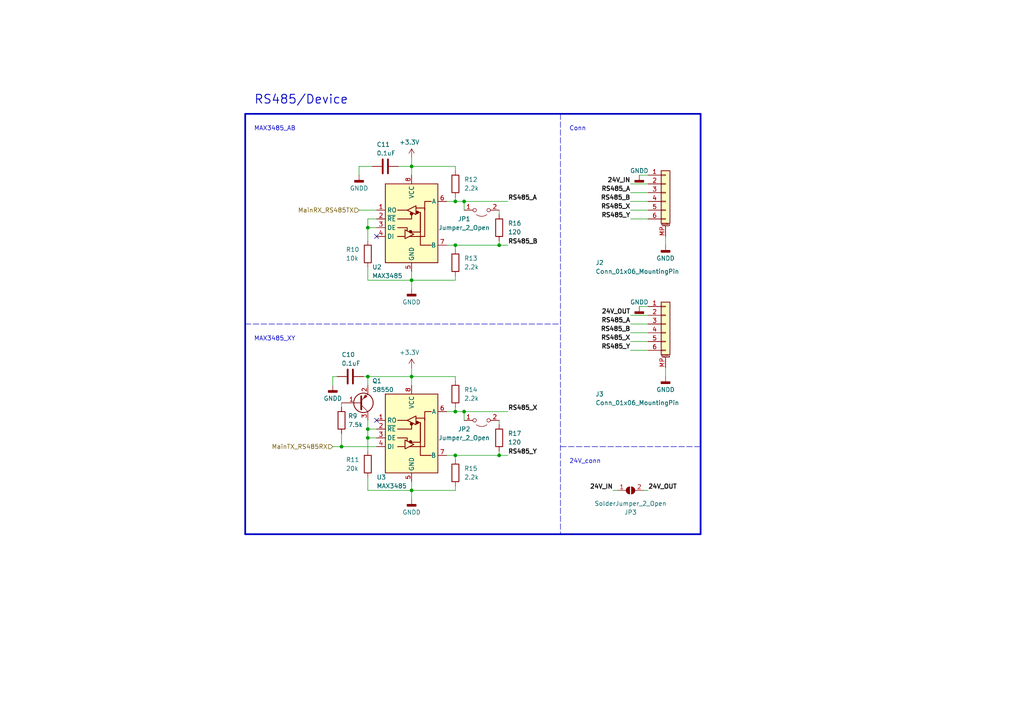
<source format=kicad_sch>
(kicad_sch (version 20230121) (generator eeschema)
  (paper "A4")
  (lib_symbols
    (symbol "Connector_Generic_MountingPin:Conn_01x06_MountingPin" (pin_names (offset 1.016) hide)
      (property "Reference" "J" (at 0 7.62 0))
      (property "Value" "Conn_01x06_MountingPin" (at 1.27 -10.16 0))
      (symbol "Conn_01x06_MountingPin_1_1"
        (rectangle (start -1.27 -7.493) (end 0 -7.747) (stroke (width 0.1524)))
        (rectangle (start -1.27 -4.953) (end 0 -5.207) (stroke (width 0.1524)))
        (rectangle (start -1.27 -2.413) (end 0 -2.667) (stroke (width 0.1524)))
        (rectangle (start -1.27 0.127) (end 0 -0.127) (stroke (width 0.1524)))
        (rectangle (start -1.27 2.667) (end 0 2.413) (stroke (width 0.1524)))
        (rectangle (start -1.27 5.207) (end 0 4.953) (stroke (width 0.1524)))
        (rectangle (start -1.27 6.35) (end 1.27 -8.89) (stroke (width 0.254)) (fill (type background)))
        (polyline (pts (xy -1.016 -9.652) (xy 1.016 -9.652)) (stroke (width 0.1524)))
        (text "Mounting" (at 0 -9.271 0) (effects (font (size 0.381 0.381))))
        (pin passive line (at -5.08 5.08 0) (length 3.81) (name "Pin_1") (number "1"))
        (pin passive line (at -5.08 2.54 0) (length 3.81) (name "Pin_2") (number "2"))
        (pin passive line (at -5.08 0 0) (length 3.81) (name "Pin_3") (number "3"))
        (pin passive line (at -5.08 -2.54 0) (length 3.81) (name "Pin_4") (number "4"))
        (pin passive line (at -5.08 -5.08 0) (length 3.81) (name "Pin_5") (number "5"))
        (pin passive line (at -5.08 -7.62 0) (length 3.81) (name "Pin_6") (number "6"))
        (pin passive line (at 0 -12.7 90) (length 3.048) (name "MountPin") (number "MP"))
      )
    )
    (symbol "Device:C" (pin_numbers hide) (pin_names (offset 0.254))
      (property "Reference" "C" (at 0.635 2.54 0))
      (property "Value" "C" (at 0.635 -2.54 0))
      (symbol "C_0_1"
        (polyline (pts (xy -2.032 -0.762) (xy 2.032 -0.762)) (stroke (width 0.508)))
        (polyline (pts (xy -2.032 0.762) (xy 2.032 0.762)) (stroke (width 0.508)))
      )
      (symbol "C_1_1"
        (pin passive line (at 0 3.81 270) (length 2.794) (name "~") (number "1"))
        (pin passive line (at 0 -3.81 90) (length 2.794) (name "~") (number "2"))
      )
    )
    (symbol "Device:Q_PNP_BEC" (pin_names (offset 0) hide)
      (property "Reference" "Q" (at 5.08 1.27 0))
      (property "Value" "Q_PNP_BEC" (at 5.08 -1.27 0))
      (symbol "Q_PNP_BEC_0_1"
        (polyline (pts (xy 0.635 0.635) (xy 2.54 2.54)))
        (polyline (pts (xy 0.635 -0.635) (xy 2.54 -2.54) (xy 2.54 -2.54)))
        (polyline (pts (xy 0.635 1.905) (xy 0.635 -1.905) (xy 0.635 -1.905)) (stroke (width 0.508)))
        (polyline (pts (xy 2.286 -1.778) (xy 1.778 -2.286) (xy 1.27 -1.27) (xy 2.286 -1.778) (xy 2.286 -1.778)) (fill (type outline)))
        (circle (center 1.27 0) (radius 2.8194) (stroke (width 0.254)))
      )
      (symbol "Q_PNP_BEC_1_1"
        (pin input line (at -5.08 0 0) (length 5.715) (name "B") (number "1"))
        (pin passive line (at 2.54 -5.08 90) (length 2.54) (name "E") (number "2"))
        (pin passive line (at 2.54 5.08 270) (length 2.54) (name "C") (number "3"))
      )
    )
    (symbol "Device:R" (pin_numbers hide) (pin_names (offset 0))
      (property "Reference" "R" (at 2.032 0 90))
      (property "Value" "R" (at 0 0 90))
      (symbol "R_0_1"
        (rectangle (start -1.016 -2.54) (end 1.016 2.54) (stroke (width 0.254)))
      )
      (symbol "R_1_1"
        (pin passive line (at 0 3.81 270) (length 1.27) (name "~") (number "1"))
        (pin passive line (at 0 -3.81 90) (length 1.27) (name "~") (number "2"))
      )
    )
    (symbol "Jumper:Jumper_2_Open" (pin_names (offset 0) hide)
      (property "Reference" "JP" (at 0 2.794 0))
      (property "Value" "Jumper_2_Open" (at 0 -2.286 0))
      (symbol "Jumper_2_Open_0_0"
        (circle (center -2.032 0) (radius 0.508))
        (circle (center 2.032 0) (radius 0.508))
      )
      (symbol "Jumper_2_Open_0_1"
        (arc (start 1.524 1.27) (mid 0 1.778) (end -1.524 1.27))
      )
      (symbol "Jumper_2_Open_1_1"
        (pin passive line (at -5.08 0 0) (length 2.54) (name "A") (number "1"))
        (pin passive line (at 5.08 0 180) (length 2.54) (name "B") (number "2"))
      )
    )
    (symbol "Jumper:SolderJumper_2_Open" (pin_names (offset 0) hide)
      (property "Reference" "JP" (at 0 2.032 0))
      (property "Value" "SolderJumper_2_Open" (at 0 -2.54 0))
      (symbol "SolderJumper_2_Open_0_1"
        (arc (start -0.254 1.016) (mid -1.2656 0) (end -0.254 -1.016))
        (arc (start -0.254 1.016) (mid -1.2656 0) (end -0.254 -1.016) (fill (type outline)))
        (polyline (pts (xy -0.254 1.016) (xy -0.254 -1.016)))
        (polyline (pts (xy 0.254 1.016) (xy 0.254 -1.016)))
        (arc (start 0.254 -1.016) (mid 1.2656 0) (end 0.254 1.016))
        (arc (start 0.254 -1.016) (mid 1.2656 0) (end 0.254 1.016) (fill (type outline)))
      )
      (symbol "SolderJumper_2_Open_1_1"
        (pin passive line (at -3.81 0 0) (length 2.54) (name "A") (number "1"))
        (pin passive line (at 3.81 0 180) (length 2.54) (name "B") (number "2"))
      )
    )
    (symbol "MAX3485_1"
      (property "Reference" "U?" (at 2.0194 15.24 0))
      (property "Value" "MAX3485" (at 2.0194 12.7 0))
      (symbol "MAX3485_1_0_1"
        (rectangle (start -7.62 10.16) (end 7.62 -12.7) (stroke (width 0.254)) (fill (type background)))
        (circle (center -0.3048 -3.683) (radius 0.3556) (stroke (width 0.254)) (fill (type outline)))
        (circle (center -0.0254 1.4986) (radius 0.3556) (stroke (width 0.254)) (fill (type outline)))
        (polyline (pts (xy -4.064 -5.08) (xy -1.905 -5.08)) (stroke (width 0.254)))
        (polyline (pts (xy -4.064 2.54) (xy -1.27 2.54)) (stroke (width 0.254)))
        (polyline (pts (xy -1.27 -3.2004) (xy -1.27 -3.4544)) (stroke (width 0.254)))
        (polyline (pts (xy -0.635 -5.08) (xy 3.81 -5.08)) (stroke (width 0.254)))
        (polyline (pts (xy -4.064 -2.54) (xy -1.27 -2.54) (xy -1.27 -3.175)) (stroke (width 0.254)))
        (polyline (pts (xy 0 1.27) (xy 0 0) (xy -4.064 0)) (stroke (width 0.254)))
        (polyline (pts (xy 1.27 3.175) (xy 3.81 3.175) (xy 3.81 -5.08)) (stroke (width 0.254)))
        (polyline (pts (xy 2.54 1.905) (xy 2.54 -3.81) (xy 0 -3.81)) (stroke (width 0.254)))
        (polyline (pts (xy -1.905 -3.175) (xy -1.905 -5.715) (xy 0.635 -4.445) (xy -1.905 -3.175)) (stroke (width 0.254)))
        (polyline (pts (xy -1.27 2.54) (xy 1.27 3.81) (xy 1.27 1.27) (xy -1.27 2.54)) (stroke (width 0.254)))
        (polyline (pts (xy 3.81 3.175) (xy 3.81 2.54) (xy 3.81 5.08) (xy 5.715 5.08)) (stroke (width 0.254)))
        (polyline (pts (xy 1.905 1.905) (xy 2.54 1.905) (xy 2.54 -3.81) (xy 2.54 -6.985) (xy 2.54 -7.62) (xy 5.08 -7.62) (xy 5.715 -7.62)) (stroke (width 0.254)))
        (rectangle (start 1.27 3.175) (end 1.27 3.175))
        (circle (center 1.651 1.905) (radius 0.3556) (stroke (width 0.254)) (fill (type outline)))
      )
      (symbol "MAX3485_1_1_1"
        (pin output line (at -10.16 2.54 0) (length 2.54) (name "RO") (number "1"))
        (pin input line (at -10.16 0 0) (length 2.54) (name "~{RE}") (number "2"))
        (pin input line (at -10.16 -2.54 0) (length 2.54) (name "DE") (number "3"))
        (pin input line (at -10.16 -5.08 0) (length 2.54) (name "DI") (number "4"))
        (pin power_in line (at 0 -15.24 90) (length 2.54) (name "GND") (number "5"))
        (pin bidirectional line (at 10.16 5.08 180) (length 2.54) (name "A") (number "6"))
        (pin bidirectional line (at 10.16 -7.62 180) (length 2.54) (name "B") (number "7"))
        (pin power_in line (at 0 12.7 270) (length 2.54) (name "VCC") (number "8"))
      )
    )
    (symbol "power:+3.3V" (power) (pin_names (offset 0))
      (property "Value" "+3.3V" (at 0 3.556 0))
      (symbol "+3.3V_0_1"
        (polyline (pts (xy -0.762 1.27) (xy 0 2.54)))
        (polyline (pts (xy 0 0) (xy 0 2.54)))
        (polyline (pts (xy 0 2.54) (xy 0.762 1.27)))
      )
      (symbol "+3.3V_1_1"
        (pin power_in line (at 0 0 90) (length 0) hide (name "+3.3V") (number "1"))
      )
    )
    (symbol "power:GNDD" (power) (pin_names (offset 0))
      (property "Value" "GNDD" (at 0 -3.175 0))
      (symbol "GNDD_0_1"
        (rectangle (start -1.27 -1.524) (end 1.27 -2.032) (stroke (width 0.254)) (fill (type outline)))
        (polyline (pts (xy 0 0) (xy 0 -1.524)))
      )
      (symbol "GNDD_1_1"
        (pin power_in line (at 0 0 270) (length 0) hide (name "GNDD") (number "1"))
      )
    )
  )
  (junction (at 132.08 119.38))
  (junction (at 144.78 71.12))
  (junction (at 119.38 142.24))
  (junction (at 106.68 127))
  (junction (at 132.08 132.08))
  (junction (at 99.06 129.54))
  (junction (at 134.62 119.38))
  (junction (at 119.38 48.26))
  (junction (at 134.62 58.42))
  (junction (at 106.68 124.46))
  (junction (at 132.08 71.12))
  (junction (at 119.38 109.22))
  (junction (at 119.38 81.28))
  (junction (at 132.08 58.42))
  (junction (at 106.68 109.22))
  (junction (at 106.68 66.04))
  (junction (at 144.78 132.08))
  (no_connect (at 109.22 121.92))
  (no_connect (at 109.22 68.58))
  (wire (pts (xy 132.08 140.97) (xy 132.08 142.24)))
  (polyline (pts (xy 71.12 93.98) (xy 162.56 93.98)) (stroke (width 0) (type dash)))
  (wire (pts (xy 186.69 142.24) (xy 187.96 142.24)))
  (wire (pts (xy 129.54 132.08) (xy 132.08 132.08)))
  (wire (pts (xy 106.68 66.04) (xy 109.22 66.04)))
  (wire (pts (xy 144.78 69.85) (xy 144.78 71.12)))
  (wire (pts (xy 129.54 71.12) (xy 132.08 71.12)))
  (polyline (pts (xy 71.12 154.94) (xy 203.2 154.94)) (stroke (width 0.5) (type solid)))
  (wire (pts (xy 129.54 119.38) (xy 132.08 119.38)))
  (wire (pts (xy 144.78 132.08) (xy 147.32 132.08)))
  (wire (pts (xy 132.08 71.12) (xy 132.08 72.39)))
  (wire (pts (xy 106.68 63.5) (xy 106.68 66.04)))
  (wire (pts (xy 187.96 50.8) (xy 185.42 50.8)))
  (wire (pts (xy 144.78 130.81) (xy 144.78 132.08)))
  (wire (pts (xy 132.08 118.11) (xy 132.08 119.38)))
  (wire (pts (xy 105.41 109.22) (xy 106.68 109.22)))
  (polyline (pts (xy 203.2 33.02) (xy 71.12 33.02)) (stroke (width 0.5) (type solid)))
  (wire (pts (xy 187.96 99.06) (xy 182.88 99.06)))
  (wire (pts (xy 132.08 132.08) (xy 144.78 132.08)))
  (wire (pts (xy 187.96 96.52) (xy 182.88 96.52)))
  (wire (pts (xy 106.68 66.04) (xy 106.68 69.85)))
  (polyline (pts (xy 71.12 33.02) (xy 71.12 154.94)) (stroke (width 0.5) (type solid)))
  (wire (pts (xy 104.14 48.26) (xy 107.95 48.26)))
  (wire (pts (xy 106.68 109.22) (xy 119.38 109.22)))
  (wire (pts (xy 115.57 48.26) (xy 119.38 48.26)))
  (wire (pts (xy 99.06 129.54) (xy 109.22 129.54)))
  (wire (pts (xy 104.14 60.96) (xy 109.22 60.96)))
  (wire (pts (xy 187.96 60.96) (xy 182.88 60.96)))
  (wire (pts (xy 132.08 71.12) (xy 144.78 71.12)))
  (wire (pts (xy 187.96 93.98) (xy 182.88 93.98)))
  (wire (pts (xy 96.52 111.76) (xy 96.52 109.22)))
  (wire (pts (xy 99.06 116.84) (xy 99.06 118.11)))
  (wire (pts (xy 119.38 109.22) (xy 119.38 106.68)))
  (wire (pts (xy 119.38 109.22) (xy 132.08 109.22)))
  (wire (pts (xy 106.68 124.46) (xy 106.68 127)))
  (wire (pts (xy 132.08 80.01) (xy 132.08 81.28)))
  (wire (pts (xy 99.06 125.73) (xy 99.06 129.54)))
  (wire (pts (xy 119.38 48.26) (xy 132.08 48.26)))
  (wire (pts (xy 193.04 106.68) (xy 193.04 109.22)))
  (wire (pts (xy 182.88 53.34) (xy 187.96 53.34)))
  (wire (pts (xy 132.08 57.15) (xy 132.08 58.42)))
  (wire (pts (xy 177.8 142.24) (xy 179.07 142.24)))
  (wire (pts (xy 144.78 121.92) (xy 144.78 123.19)))
  (wire (pts (xy 119.38 139.7) (xy 119.38 142.24)))
  (wire (pts (xy 132.08 58.42) (xy 134.62 58.42)))
  (wire (pts (xy 106.68 63.5) (xy 109.22 63.5)))
  (wire (pts (xy 144.78 71.12) (xy 147.32 71.12)))
  (wire (pts (xy 96.52 109.22) (xy 97.79 109.22)))
  (wire (pts (xy 104.14 50.8) (xy 104.14 48.26)))
  (wire (pts (xy 132.08 109.22) (xy 132.08 110.49)))
  (wire (pts (xy 134.62 119.38) (xy 134.62 121.92)))
  (wire (pts (xy 187.96 55.88) (xy 182.88 55.88)))
  (wire (pts (xy 119.38 48.26) (xy 119.38 50.8)))
  (wire (pts (xy 187.96 101.6) (xy 182.88 101.6)))
  (wire (pts (xy 119.38 48.26) (xy 119.38 45.72)))
  (wire (pts (xy 119.38 142.24) (xy 132.08 142.24)))
  (wire (pts (xy 106.68 111.76) (xy 106.68 109.22)))
  (wire (pts (xy 187.96 63.5) (xy 182.88 63.5)))
  (wire (pts (xy 106.68 127) (xy 106.68 130.81)))
  (wire (pts (xy 119.38 81.28) (xy 119.38 83.82)))
  (wire (pts (xy 144.78 60.96) (xy 144.78 62.23)))
  (polyline (pts (xy 162.56 129.54) (xy 203.2 129.54)) (stroke (width 0) (type dash)))
  (wire (pts (xy 106.68 77.47) (xy 106.68 81.28)))
  (wire (pts (xy 134.62 119.38) (xy 147.32 119.38)))
  (wire (pts (xy 119.38 78.74) (xy 119.38 81.28)))
  (wire (pts (xy 106.68 81.28) (xy 119.38 81.28)))
  (wire (pts (xy 187.96 88.9) (xy 185.42 88.9)))
  (wire (pts (xy 106.68 138.43) (xy 106.68 142.24)))
  (wire (pts (xy 132.08 132.08) (xy 132.08 133.35)))
  (wire (pts (xy 106.68 142.24) (xy 119.38 142.24)))
  (wire (pts (xy 134.62 58.42) (xy 147.32 58.42)))
  (wire (pts (xy 193.04 68.58) (xy 193.04 71.12)))
  (wire (pts (xy 106.68 121.92) (xy 106.68 124.46)))
  (wire (pts (xy 119.38 81.28) (xy 132.08 81.28)))
  (wire (pts (xy 132.08 119.38) (xy 134.62 119.38)))
  (wire (pts (xy 182.88 91.44) (xy 187.96 91.44)))
  (polyline (pts (xy 203.2 154.94) (xy 203.2 33.02)) (stroke (width 0.5) (type solid)))
  (wire (pts (xy 134.62 58.42) (xy 134.62 60.96)))
  (wire (pts (xy 119.38 109.22) (xy 119.38 111.76)))
  (wire (pts (xy 119.38 142.24) (xy 119.38 144.78)))
  (wire (pts (xy 132.08 48.26) (xy 132.08 49.53)))
  (wire (pts (xy 106.68 127) (xy 109.22 127)))
  (wire (pts (xy 187.96 58.42) (xy 182.88 58.42)))
  (wire (pts (xy 129.54 58.42) (xy 132.08 58.42)))
  (wire (pts (xy 106.68 124.46) (xy 109.22 124.46)))
  (wire (pts (xy 96.52 129.54) (xy 99.06 129.54)))
  (rectangle (start 162.56 33.02) (end 162.56 154.94) (stroke (width 0) (type dash)))
  (text "RS485/Device" (at 73.66 30.48 0) (effects (font (size 2.54 2.54) (thickness 0.254) bold) (justify left bottom)))
  (text "MAX3485_XY" (at 73.66 99.06 0) (effects (font (size 1.27 1.27)) (justify left bottom)))
  (text "Conn" (at 165.1 38.1 0) (effects (font (size 1.27 1.27)) (justify left bottom)))
  (text "MAX3485_AB" (at 73.66 38.1 0) (effects (font (size 1.27 1.27)) (justify left bottom)))
  (text "24V_conn" (at 165.1 134.62 0) (effects (font (size 1.27 1.27)) (justify left bottom)))
  (label "RS485_B" (at 182.88 58.42 180) (effects (font (thickness 0.254) bold)))
  (label "RS485_X" (at 147.32 119.38 0) (effects (font (thickness 0.254) bold)))
  (label "RS485_B" (at 147.32 71.12 0) (effects (font (thickness 0.254) bold)))
  (label "RS485_Y" (at 182.88 101.6 180) (effects (font (thickness 0.254) bold)))
  (label "RS485_A" (at 182.88 93.98 180) (effects (font (thickness 0.254) bold)))
  (label "RS485_Y" (at 182.88 63.5 180) (effects (font (thickness 0.254) bold)))
  (label "24V_OUT" (at 182.88 91.44 180) (effects (font (thickness 0.254) bold)))
  (label "RS485_A" (at 182.88 55.88 180) (effects (font (thickness 0.254) bold)))
  (label "24V_IN" (at 182.88 53.34 180) (effects (font (thickness 0.254) bold)))
  (label "RS485_Y" (at 147.32 132.08 0) (effects (font (thickness 0.254) bold)))
  (label "24V_OUT" (at 187.96 142.24 0) (effects (font (thickness 0.254) bold)))
  (label "RS485_A" (at 147.32 58.42 0) (effects (font (thickness 0.254) bold)))
  (label "RS485_X" (at 182.88 60.96 180) (effects (font (thickness 0.254) bold)))
  (label "24V_IN" (at 177.8 142.24 180) (effects (font (thickness 0.254) bold)))
  (label "RS485_B" (at 182.88 96.52 180) (effects (font (thickness 0.254) bold)))
  (label "RS485_X" (at 182.88 99.06 180) (effects (font (thickness 0.254) bold)))
  (hierarchical_label "MainRX_RS485TX" (shape input) (at 104.14 60.96 180))
  (hierarchical_label "MainTX_RS485RX" (shape input) (at 96.52 129.54 180))
  (symbol (lib_name "MAX3485_1") (lib_id "Interface_UART:MAX3485") (at 119.38 124.46 0) (unit 1)
    (property "Reference" "U3" (at 109.22 138.43 0) (effects (justify left)))
    (property "Value" "MAX3485" (at 109.22 140.97 0) (effects (justify left)))
    (property "Footprint" "Package_SO:SOP-8_3.9x4.9mm_P1.27mm" (effects hide))
    (property "Datasheet" "https://datasheets.maximintegrated.com/en/ds/MAX3483-MAX3491.pdf" (effects hide))
  )
  (symbol (lib_id "power:GNDD") (at 185.42 50.8 0) (unit 1)
    (property "Reference" "#PWR024" (effects hide))
    (property "Value" "GNDD" (at 185.42 49.53 0))
  )
  (symbol (lib_id "Device:C") (at 101.6 109.22 270) (mirror x) (unit 1)
    (property "Reference" "C10" (at 99.06 102.87 90) (effects (justify left)))
    (property "Value" "0.1uF" (at 99.06 105.41 90) (effects (justify left)))
    (property "Footprint" "Capacitor_SMD:C_0402_1005Metric" (effects hide))
  )
  (symbol (lib_id "Jumper:SolderJumper_2_Open") (at 182.88 142.24 0) (mirror x) (unit 1)
    (property "Reference" "JP3" (at 182.88 148.59 0))
    (property "Value" "SolderJumper_2_Open" (at 182.88 146.05 0))
    (property "Footprint" "Jumper:SolderJumper-2_P1.3mm_Open_TrianglePad1.0x1.5mm" (effects hide))
  )
  (symbol (lib_id "power:GNDD") (at 119.38 144.78 0) (unit 1)
    (property "Reference" "#PWR023" (effects hide))
    (property "Value" "GNDD" (at 119.38 148.59 0))
  )
  (symbol (lib_id "power:GNDD") (at 119.38 83.82 0) (unit 1)
    (property "Reference" "#PWR021" (effects hide))
    (property "Value" "GNDD" (at 119.38 87.63 0))
  )
  (symbol (lib_id "Connector_Generic_MountingPin:Conn_01x06_MountingPin") (at 193.04 55.88 0) (unit 1)
    (property "Reference" "J2" (at 172.72 76.2 0) (effects (justify left)))
    (property "Value" "Conn_01x06_MountingPin" (at 172.72 78.74 0) (effects (justify left)))
    (property "Footprint" "Connector_Molex:Molex_PicoBlade_53261-0671_1x06-1MP_P1.25mm_Horizontal" (effects hide))
  )
  (symbol (lib_id "Connector_Generic_MountingPin:Conn_01x06_MountingPin") (at 193.04 93.98 0) (unit 1)
    (property "Reference" "J3" (at 172.72 114.3 0) (effects (justify left)))
    (property "Value" "Conn_01x06_MountingPin" (at 172.72 116.84 0) (effects (justify left)))
    (property "Footprint" "Connector_Molex:Molex_PicoBlade_53261-0671_1x06-1MP_P1.25mm_Horizontal" (effects hide))
  )
  (symbol (lib_id "power:GNDD") (at 96.52 111.76 0) (unit 1)
    (property "Reference" "#PWR018" (effects hide))
    (property "Value" "GNDD" (at 96.52 115.57 0))
  )
  (symbol (lib_id "Device:R") (at 132.08 137.16 0) (unit 1)
    (property "Reference" "R15" (at 134.62 135.8899 0) (effects (justify left)))
    (property "Value" "2.2k" (at 134.62 138.4299 0) (effects (justify left)))
    (property "Footprint" "Resistor_SMD:R_0402_1005Metric" (effects hide))
  )
  (symbol (lib_id "power:+3.3V") (at 119.38 45.72 0) (unit 1)
    (property "Reference" "#PWR020" (effects hide))
    (property "Value" "+3.3V" (at 118.745 41.275 0))
  )
  (symbol (lib_id "Device:R") (at 99.06 121.92 0) (unit 1)
    (property "Reference" "R9" (at 100.965 120.6499 0) (effects (justify left)))
    (property "Value" "7.5k" (at 100.965 123.1899 0) (effects (justify left)))
    (property "Footprint" "Resistor_SMD:R_0603_1608Metric" (effects hide))
  )
  (symbol (lib_id "power:GNDD") (at 185.42 88.9 0) (unit 1)
    (property "Reference" "#PWR025" (effects hide))
    (property "Value" "GNDD" (at 185.42 87.63 0))
  )
  (symbol (lib_id "Device:R") (at 132.08 114.3 0) (unit 1)
    (property "Reference" "R14" (at 134.62 113.0299 0) (effects (justify left)))
    (property "Value" "2.2k" (at 134.62 115.5699 0) (effects (justify left)))
    (property "Footprint" "Resistor_SMD:R_0402_1005Metric" (effects hide))
  )
  (symbol (lib_id "power:GNDD") (at 104.14 50.8 0) (unit 1)
    (property "Reference" "#PWR019" (effects hide))
    (property "Value" "GNDD" (at 104.14 54.61 0))
  )
  (symbol (lib_id "Jumper:Jumper_2_Open") (at 139.7 60.96 0) (mirror x) (unit 1)
    (property "Reference" "JP1" (at 134.62 63.5 0))
    (property "Value" "Jumper_2_Open" (at 134.62 66.04 0))
    (property "Footprint" "Jumper:SolderJumper-2_P1.3mm_Open_TrianglePad1.0x1.5mm" (effects hide))
  )
  (symbol (lib_id "Jumper:Jumper_2_Open") (at 139.7 121.92 0) (mirror x) (unit 1)
    (property "Reference" "JP2" (at 134.62 124.46 0))
    (property "Value" "Jumper_2_Open" (at 134.62 127 0))
    (property "Footprint" "Jumper:SolderJumper-2_P1.3mm_Open_TrianglePad1.0x1.5mm" (effects hide))
  )
  (symbol (lib_id "Device:R") (at 132.08 53.34 0) (unit 1)
    (property "Reference" "R12" (at 134.62 52.0699 0) (effects (justify left)))
    (property "Value" "2.2k" (at 134.62 54.6099 0) (effects (justify left)))
    (property "Footprint" "Resistor_SMD:R_0402_1005Metric" (effects hide))
  )
  (symbol (lib_id "power:GNDD") (at 193.04 71.12 0) (unit 1)
    (property "Reference" "#PWR026" (effects hide))
    (property "Value" "GNDD" (at 193.04 74.93 0))
  )
  (symbol (lib_id "Device:R") (at 106.68 134.62 0) (unit 1)
    (property "Reference" "R11" (at 100.33 133.35 0) (effects (justify left)))
    (property "Value" "20k" (at 100.33 135.89 0) (effects (justify left)))
    (property "Footprint" "Resistor_SMD:R_0402_1005Metric" (effects hide))
  )
  (symbol (lib_id "Device:C") (at 111.76 48.26 270) (mirror x) (unit 1)
    (property "Reference" "C11" (at 109.22 41.91 90) (effects (justify left)))
    (property "Value" "0.1uF" (at 109.22 44.45 90) (effects (justify left)))
    (property "Footprint" "Capacitor_SMD:C_0402_1005Metric" (effects hide))
  )
  (symbol (lib_id "Device:R") (at 106.68 73.66 0) (unit 1)
    (property "Reference" "R10" (at 100.33 72.39 0) (effects (justify left)))
    (property "Value" "10k" (at 100.33 74.93 0) (effects (justify left)))
    (property "Footprint" "Resistor_SMD:R_0402_1005Metric" (effects hide))
  )
  (symbol (lib_id "power:GNDD") (at 193.04 109.22 0) (unit 1)
    (property "Reference" "#PWR027" (effects hide))
    (property "Value" "GNDD" (at 193.04 113.03 0))
  )
  (symbol (lib_id "Device:R") (at 144.78 66.04 0) (unit 1)
    (property "Reference" "R16" (at 147.32 64.7699 0) (effects (justify left)))
    (property "Value" "120" (at 147.32 67.3099 0) (effects (justify left)))
    (property "Footprint" "Resistor_SMD:R_0402_1005Metric" (effects hide))
  )
  (symbol (lib_id "Device:R") (at 144.78 127 0) (unit 1)
    (property "Reference" "R17" (at 147.32 125.7299 0) (effects (justify left)))
    (property "Value" "120" (at 147.32 128.2699 0) (effects (justify left)))
    (property "Footprint" "Resistor_SMD:R_0402_1005Metric" (effects hide))
  )
  (symbol (lib_name "MAX3485_1") (lib_id "Interface_UART:MAX3485") (at 119.38 63.5 0) (unit 1)
    (property "Reference" "U2" (at 107.95 77.47 0) (effects (justify left)))
    (property "Value" "MAX3485" (at 107.95 80.01 0) (effects (justify left)))
    (property "Footprint" "Package_SO:SOP-8_3.9x4.9mm_P1.27mm" (effects hide))
    (property "Datasheet" "https://datasheets.maximintegrated.com/en/ds/MAX3483-MAX3491.pdf" (effects hide))
  )
  (symbol (lib_id "Device:Q_PNP_BEC") (at 104.14 116.84 0) (mirror x) (unit 1)
    (property "Reference" "Q1" (at 107.95 110.49 0) (effects (justify left)))
    (property "Value" "S8550" (at 107.95 113.03 0) (effects (justify left)))
    (property "Footprint" "Package_TO_SOT_SMD:SOT-23" (effects hide))
  )
  (symbol (lib_id "power:+3.3V") (at 119.38 106.68 0) (unit 1)
    (property "Reference" "#PWR022" (effects hide))
    (property "Value" "+3.3V" (at 118.745 102.235 0))
  )
  (symbol (lib_id "Device:R") (at 132.08 76.2 0) (unit 1)
    (property "Reference" "R13" (at 134.62 74.9299 0) (effects (justify left)))
    (property "Value" "2.2k" (at 134.62 77.4699 0) (effects (justify left)))
    (property "Footprint" "Resistor_SMD:R_0402_1005Metric" (effects hide))
  )
)
</source>
